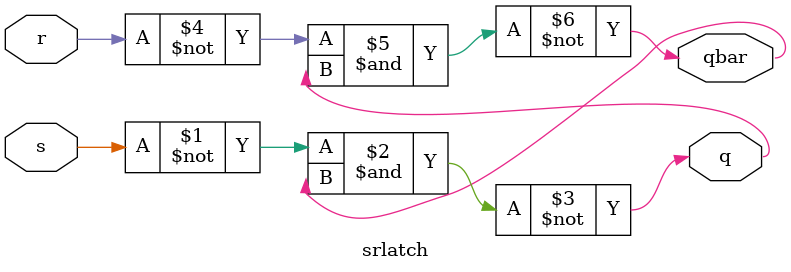
<source format=v>
module srlatch(input s,r,output q,qbar);
assign q=~(~s&qbar);
assign qbar=~(~r&q);
endmodule

</source>
